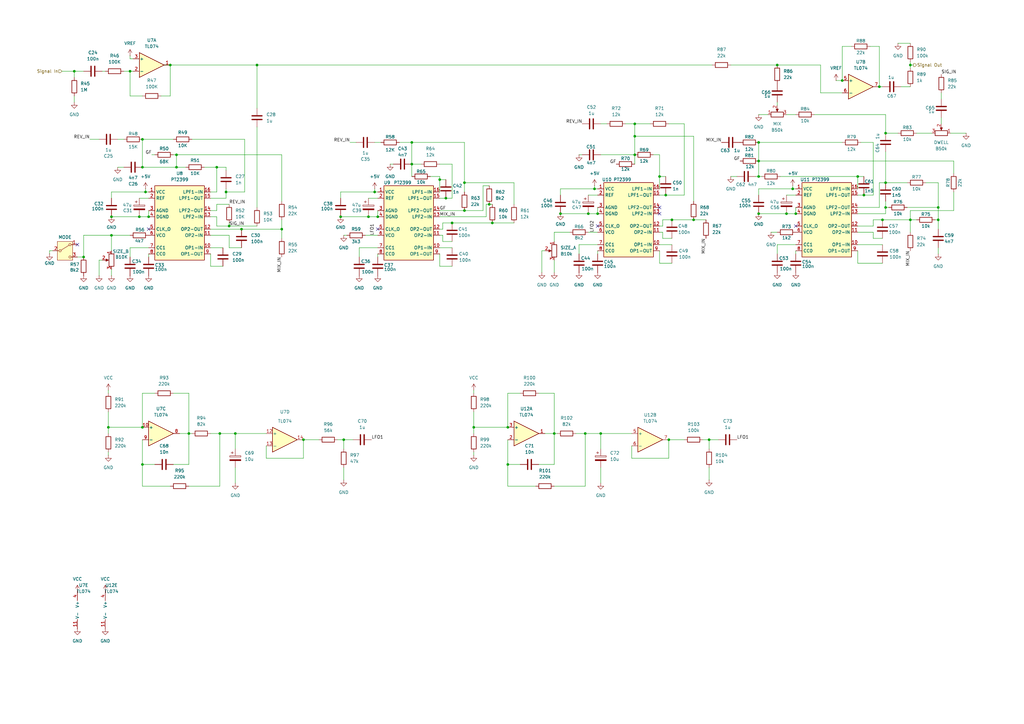
<source format=kicad_sch>
(kicad_sch (version 20250114) (generator "eeschema") (generator_version "9.0")
  (paper "A3")
  (junction (at 190.5 86.36))
  (junction (at 140.97 180.34))
  (junction (at 274.32 180.34))
  (junction (at 260.35 50.8))
  (junction (at 227.33 177.8))
  (junction (at 326.39 87.63))
  (junction (at 190.5 74.93))
  (junction (at 139.7 88.9))
  (junction (at 311.15 72.39))
  (junction (at 45.72 88.9))
  (junction (at 53.34 29.21))
  (junction (at 115.57 93.98))
  (junction (at 311.15 66.04))
  (junction (at 240.03 177.8))
  (junction (at 229.87 87.63))
  (junction (at 270.51 72.39))
  (junction (at 241.3 87.63))
  (junction (at 57.15 88.9))
  (junction (at 194.31 175.26))
  (junction (at 275.59 90.17))
  (junction (at 124.46 180.34))
  (junction (at 322.58 87.63))
  (junction (at 168.91 58.42))
  (junction (at 345.44 33.02))
  (junction (at 58.42 175.26))
  (junction (at 208.28 175.26))
  (junction (at 243.84 77.47))
  (junction (at 246.38 177.8))
  (junction (at 72.39 68.58))
  (junction (at 325.12 77.47))
  (junction (at 384.81 85.09))
  (junction (at 93.98 92.71))
  (junction (at 363.22 54.61))
  (junction (at 105.41 26.67))
  (junction (at 361.95 90.17))
  (junction (at 373.38 90.17))
  (junction (at 58.42 190.5))
  (junction (at 373.38 26.67))
  (junction (at 200.66 83.82))
  (junction (at 72.39 63.5))
  (junction (at 363.22 74.93))
  (junction (at 284.48 90.17))
  (junction (at 201.93 91.44))
  (junction (at 180.34 73.66))
  (junction (at 90.17 177.8))
  (junction (at 45.72 96.52))
  (junction (at 384.81 90.17))
  (junction (at 59.69 78.74))
  (junction (at 311.15 87.63))
  (junction (at 69.85 26.67))
  (junction (at 354.33 80.01))
  (junction (at 311.15 58.42))
  (junction (at 60.96 88.9))
  (junction (at 360.68 35.56))
  (junction (at 245.11 87.63))
  (junction (at 44.45 175.26))
  (junction (at 208.28 190.5))
  (junction (at 34.29 105.41))
  (junction (at 318.77 26.67))
  (junction (at 260.35 55.88))
  (junction (at 88.9 68.58))
  (junction (at 260.35 63.5))
  (junction (at 96.52 177.8))
  (junction (at 151.13 88.9))
  (junction (at 77.47 177.8))
  (junction (at 363.22 85.09))
  (junction (at 185.42 91.44))
  (junction (at 99.06 93.98))
  (junction (at 351.79 72.39))
  (junction (at 290.83 180.34))
  (junction (at 92.71 78.74))
  (junction (at 58.42 68.58))
  (junction (at 273.05 80.01))
  (junction (at 168.91 67.31))
  (junction (at 154.94 88.9))
  (junction (at 182.88 81.28))
  (junction (at 58.42 57.15))
  (junction (at 30.48 29.21))
  (junction (at 153.67 78.74))
  (no_connect (at 326.39 92.71))
  (no_connect (at 60.96 93.98))
  (no_connect (at 154.94 93.98))
  (no_connect (at 31.75 100.33))
  (no_connect (at 270.51 87.63))
  (no_connect (at 245.11 92.71))
  (no_connect (at 270.51 85.09))
  (wire (pts (xy 311.15 58.42) (xy 311.15 66.04)))
  (wire (pts (xy 227.33 161.29) (xy 227.33 177.8)))
  (wire (pts (xy 181.61 93.98) (xy 181.61 91.44)))
  (wire (pts (xy 190.5 78.74) (xy 190.5 74.93)))
  (wire (pts (xy 71.12 161.29) (xy 77.47 161.29)))
  (wire (pts (xy 246.38 50.8) (xy 248.92 50.8)))
  (wire (pts (xy 361.95 35.56) (xy 360.68 35.56)))
  (wire (pts (xy 311.15 66.04) (xy 391.16 66.04)))
  (wire (pts (xy 100.33 78.74) (xy 92.71 78.74)))
  (wire (pts (xy 240.03 199.39) (xy 240.03 177.8)))
  (wire (pts (xy 245.11 102.87) (xy 245.11 104.14)))
  (wire (pts (xy 96.52 177.8) (xy 109.22 177.8)))
  (wire (pts (xy 336.55 38.1) (xy 336.55 26.67)))
  (wire (pts (xy 168.91 67.31) (xy 168.91 72.39)))
  (wire (pts (xy 208.28 180.34) (xy 208.28 190.5)))
  (wire (pts (xy 54.61 29.21) (xy 53.34 29.21)))
  (wire (pts (xy 69.85 26.67) (xy 69.85 39.37)))
  (wire (pts (xy 154.94 104.14) (xy 154.94 105.41)))
  (wire (pts (xy 34.29 105.41) (xy 34.29 96.52)))
  (wire (pts (xy 163.83 58.42) (xy 168.91 58.42)))
  (wire (pts (xy 284.48 90.17) (xy 289.56 90.17)))
  (wire (pts (xy 92.71 78.74) (xy 92.71 77.47)))
  (wire (pts (xy 280.67 50.8) (xy 274.32 50.8)))
  (wire (pts (xy 280.67 180.34) (xy 274.32 180.34)))
  (wire (pts (xy 311.15 77.47) (xy 325.12 77.47)))
  (wire (pts (xy 86.36 93.98) (xy 99.06 93.98)))
  (wire (pts (xy 88.9 68.58) (xy 92.71 68.58)))
  (wire (pts (xy 227.33 111.76) (xy 227.33 106.68)))
  (wire (pts (xy 363.22 82.55) (xy 363.22 85.09)))
  (wire (pts (xy 375.92 90.17) (xy 373.38 90.17)))
  (wire (pts (xy 93.98 83.82) (xy 88.9 83.82)))
  (wire (pts (xy 181.61 99.06) (xy 185.42 99.06)))
  (wire (pts (xy 358.14 97.79) (xy 361.95 97.79)))
  (wire (pts (xy 311.15 87.63) (xy 322.58 87.63)))
  (wire (pts (xy 77.47 190.5) (xy 77.47 177.8)))
  (wire (pts (xy 182.88 81.28) (xy 185.42 81.28)))
  (wire (pts (xy 311.15 46.99) (xy 314.96 46.99)))
  (wire (pts (xy 351.79 72.39) (xy 354.33 72.39)))
  (wire (pts (xy 311.15 77.47) (xy 311.15 80.01)))
  (wire (pts (xy 53.34 105.41) (xy 53.34 101.6)))
  (wire (pts (xy 139.7 78.74) (xy 153.67 78.74)))
  (wire (pts (xy 45.72 78.74) (xy 59.69 78.74)))
  (wire (pts (xy 229.87 77.47) (xy 243.84 77.47)))
  (wire (pts (xy 384.81 74.93) (xy 384.81 85.09)))
  (wire (pts (xy 172.72 67.31) (xy 168.91 67.31)))
  (wire (pts (xy 320.04 72.39) (xy 351.79 72.39)))
  (wire (pts (xy 270.51 63.5) (xy 267.97 63.5)))
  (wire (pts (xy 53.34 24.13) (xy 54.61 24.13)))
  (wire (pts (xy 63.5 63.5) (xy 62.23 63.5)))
  (wire (pts (xy 266.7 50.8) (xy 260.35 50.8)))
  (wire (pts (xy 194.31 177.8) (xy 194.31 175.26)))
  (wire (pts (xy 45.72 88.9) (xy 57.15 88.9)))
  (wire (pts (xy 241.3 80.01) (xy 245.11 80.01)))
  (wire (pts (xy 77.47 161.29) (xy 77.47 177.8)))
  (wire (pts (xy 363.22 62.23) (xy 363.22 74.93)))
  (wire (pts (xy 280.67 50.8) (xy 280.67 80.01)))
  (wire (pts (xy 69.85 26.67) (xy 67.31 26.67)))
  (wire (pts (xy 273.05 80.01) (xy 280.67 80.01)))
  (wire (pts (xy 48.26 68.58) (xy 50.8 68.58)))
  (wire (pts (xy 72.39 63.5) (xy 115.57 63.5)))
  (wire (pts (xy 363.22 87.63) (xy 363.22 85.09)))
  (wire (pts (xy 260.35 63.5) (xy 260.35 67.31)))
  (wire (pts (xy 44.45 177.8) (xy 44.45 175.26)))
  (wire (pts (xy 260.35 55.88) (xy 284.48 55.88)))
  (wire (pts (xy 58.42 199.39) (xy 69.85 199.39)))
  (wire (pts (xy 271.78 97.79) (xy 275.59 97.79)))
  (wire (pts (xy 34.29 96.52) (xy 45.72 96.52)))
  (wire (pts (xy 351.79 80.01) (xy 354.33 80.01)))
  (wire (pts (xy 373.38 25.4) (xy 373.38 26.67)))
  (wire (pts (xy 290.83 196.85) (xy 290.83 191.77)))
  (wire (pts (xy 220.98 190.5) (xy 227.33 190.5)))
  (wire (pts (xy 227.33 199.39) (xy 240.03 199.39)))
  (wire (pts (xy 270.51 100.33) (xy 275.59 100.33)))
  (wire (pts (xy 77.47 199.39) (xy 90.17 199.39)))
  (wire (pts (xy 151.13 88.9) (xy 154.94 88.9)))
  (wire (pts (xy 93.98 92.71) (xy 105.41 92.71)))
  (wire (pts (xy 322.58 80.01) (xy 326.39 80.01)))
  (wire (pts (xy 384.81 93.98) (xy 384.81 90.17)))
  (wire (pts (xy 316.23 95.25) (xy 318.77 95.25)))
  (wire (pts (xy 384.81 85.09) (xy 384.81 90.17)))
  (wire (pts (xy 96.52 198.12) (xy 96.52 191.77)))
  (wire (pts (xy 270.51 95.25) (xy 271.78 95.25)))
  (wire (pts (xy 351.79 102.87) (xy 351.79 107.95)))
  (wire (pts (xy 360.68 19.05) (xy 360.68 35.56)))
  (wire (pts (xy 229.87 77.47) (xy 229.87 80.01)))
  (wire (pts (xy 384.81 90.17) (xy 383.54 90.17)))
  (wire (pts (xy 86.36 88.9) (xy 88.9 88.9)))
  (wire (pts (xy 374.65 26.67) (xy 373.38 26.67)))
  (wire (pts (xy 180.34 72.39) (xy 176.53 72.39)))
  (wire (pts (xy 83.82 68.58) (xy 88.9 68.58)))
  (wire (pts (xy 153.67 77.47) (xy 153.67 78.74)))
  (wire (pts (xy 351.79 95.25) (xy 358.14 95.25)))
  (wire (pts (xy 86.36 101.6) (xy 91.44 101.6)))
  (wire (pts (xy 109.22 187.96) (xy 124.46 187.96)))
  (wire (pts (xy 351.79 107.95) (xy 361.95 107.95)))
  (wire (pts (xy 270.51 102.87) (xy 270.51 107.95)))
  (wire (pts (xy 386.08 38.1) (xy 386.08 40.64)))
  (wire (pts (xy 58.42 57.15) (xy 71.12 57.15)))
  (wire (pts (xy 20.32 102.87) (xy 21.59 102.87)))
  (wire (pts (xy 34.29 29.21) (xy 30.48 29.21)))
  (wire (pts (xy 93.98 101.6) (xy 93.98 96.52)))
  (wire (pts (xy 198.12 86.36) (xy 198.12 76.2)))
  (wire (pts (xy 190.5 74.93) (xy 190.5 58.42)))
  (wire (pts (xy 198.12 76.2) (xy 200.66 76.2)))
  (wire (pts (xy 294.64 180.34) (xy 290.83 180.34)))
  (wire (pts (xy 30.48 41.91) (xy 30.48 39.37)))
  (wire (pts (xy 270.51 107.95) (xy 275.59 107.95)))
  (wire (pts (xy 299.72 72.39) (xy 302.26 72.39)))
  (wire (pts (xy 259.08 182.88) (xy 259.08 187.96)))
  (wire (pts (xy 275.59 90.17) (xy 284.48 90.17)))
  (wire (pts (xy 86.36 177.8) (xy 90.17 177.8)))
  (wire (pts (xy 90.17 199.39) (xy 90.17 177.8)))
  (wire (pts (xy 270.51 72.39) (xy 270.51 77.47)))
  (wire (pts (xy 372.11 85.09) (xy 384.81 85.09)))
  (wire (pts (xy 260.35 63.5) (xy 260.35 55.88)))
  (wire (pts (xy 130.81 180.34) (xy 124.46 180.34)))
  (wire (pts (xy 69.85 39.37) (xy 66.04 39.37)))
  (wire (pts (xy 153.67 78.74) (xy 154.94 78.74)))
  (wire (pts (xy 140.97 196.85) (xy 140.97 191.77)))
  (wire (pts (xy 243.84 76.2) (xy 243.84 77.47)))
  (wire (pts (xy 271.78 90.17) (xy 275.59 90.17)))
  (wire (pts (xy 237.49 104.14) (xy 237.49 100.33)))
  (wire (pts (xy 180.34 109.22) (xy 185.42 109.22)))
  (wire (pts (xy 181.61 91.44) (xy 185.42 91.44)))
  (wire (pts (xy 105.41 26.67) (xy 105.41 44.45)))
  (wire (pts (xy 318.77 41.91) (xy 318.77 43.18)))
  (wire (pts (xy 86.36 78.74) (xy 88.9 78.74)))
  (wire (pts (xy 260.35 50.8) (xy 260.35 55.88)))
  (wire (pts (xy 72.39 63.5) (xy 71.12 63.5)))
  (wire (pts (xy 168.91 58.42) (xy 168.91 67.31)))
  (wire (pts (xy 372.11 74.93) (xy 363.22 74.93)))
  (wire (pts (xy 25.4 29.21) (xy 30.48 29.21)))
  (wire (pts (xy 194.31 186.69) (xy 194.31 185.42)))
  (wire (pts (xy 194.31 161.29) (xy 194.31 160.02)))
  (wire (pts (xy 58.42 190.5) (xy 63.5 190.5)))
  (wire (pts (xy 309.88 72.39) (xy 311.15 72.39)))
  (wire (pts (xy 358.14 58.42) (xy 358.14 80.01)))
  (wire (pts (xy 351.79 77.47) (xy 351.79 72.39)))
  (wire (pts (xy 270.51 92.71) (xy 271.78 92.71)))
  (wire (pts (xy 58.42 190.5) (xy 58.42 199.39)))
  (wire (pts (xy 58.42 175.26) (xy 58.42 161.29)))
  (wire (pts (xy 180.34 104.14) (xy 180.34 109.22)))
  (wire (pts (xy 360.68 85.09) (xy 360.68 74.93)))
  (wire (pts (xy 360.68 74.93) (xy 363.22 74.93)))
  (wire (pts (xy 194.31 175.26) (xy 208.28 175.26)))
  (wire (pts (xy 45.72 78.74) (xy 45.72 81.28)))
  (wire (pts (xy 229.87 87.63) (xy 241.3 87.63)))
  (wire (pts (xy 60.96 105.41) (xy 60.96 104.14)))
  (wire (pts (xy 90.17 177.8) (xy 96.52 177.8)))
  (wire (pts (xy 358.14 95.25) (xy 358.14 97.79)))
  (wire (pts (xy 354.33 80.01) (xy 358.14 80.01)))
  (wire (pts (xy 88.9 92.71) (xy 93.98 92.71)))
  (wire (pts (xy 259.08 187.96) (xy 274.32 187.96)))
  (wire (pts (xy 45.72 96.52) (xy 45.72 102.87)))
  (wire (pts (xy 208.28 199.39) (xy 219.71 199.39)))
  (wire (pts (xy 368.3 54.61) (xy 363.22 54.61)))
  (wire (pts (xy 318.77 100.33) (xy 326.39 100.33)))
  (wire (pts (xy 43.18 29.21) (xy 41.91 29.21)))
  (wire (pts (xy 147.32 101.6) (xy 154.94 101.6)))
  (wire (pts (xy 240.03 177.8) (xy 246.38 177.8)))
  (wire (pts (xy 246.38 177.8) (xy 259.08 177.8)))
  (wire (pts (xy 373.38 90.17) (xy 373.38 86.36)))
  (wire (pts (xy 99.06 93.98) (xy 115.57 93.98)))
  (wire (pts (xy 311.15 58.42) (xy 345.44 58.42)))
  (wire (pts (xy 386.08 48.26) (xy 386.08 50.8)))
  (wire (pts (xy 53.34 39.37) (xy 53.34 29.21)))
  (wire (pts (xy 146.05 58.42) (xy 143.51 58.42)))
  (wire (pts (xy 180.34 101.6) (xy 185.42 101.6)))
  (wire (pts (xy 236.22 177.8) (xy 240.03 177.8)))
  (wire (pts (xy 86.36 96.52) (xy 93.98 96.52)))
  (wire (pts (xy 40.64 106.68) (xy 41.91 106.68)))
  (wire (pts (xy 115.57 97.79) (xy 115.57 93.98)))
  (wire (pts (xy 72.39 68.58) (xy 72.39 63.5)))
  (wire (pts (xy 284.48 55.88) (xy 284.48 82.55)))
  (wire (pts (xy 373.38 90.17) (xy 361.95 90.17)))
  (wire (pts (xy 351.79 100.33) (xy 361.95 100.33)))
  (wire (pts (xy 44.45 186.69) (xy 44.45 185.42)))
  (wire (pts (xy 237.49 100.33) (xy 245.11 100.33)))
  (wire (pts (xy 270.51 80.01) (xy 273.05 80.01)))
  (wire (pts (xy 180.34 73.66) (xy 180.34 78.74)))
  (wire (pts (xy 246.38 198.12) (xy 246.38 191.77)))
  (wire (pts (xy 336.55 38.1) (xy 345.44 38.1)))
  (wire (pts (xy 325.12 77.47) (xy 326.39 77.47)))
  (wire (pts (xy 271.78 92.71) (xy 271.78 90.17)))
  (wire (pts (xy 373.38 26.67) (xy 373.38 27.94)))
  (wire (pts (xy 88.9 68.58) (xy 88.9 78.74)))
  (wire (pts (xy 210.82 74.93) (xy 210.82 83.82)))
  (wire (pts (xy 115.57 63.5) (xy 115.57 82.55)))
  (wire (pts (xy 77.47 177.8) (xy 73.66 177.8)))
  (wire (pts (xy 76.2 68.58) (xy 72.39 68.58)))
  (wire (pts (xy 58.42 68.58) (xy 72.39 68.58)))
  (wire (pts (xy 149.86 96.52) (xy 154.94 96.52)))
  (wire (pts (xy 334.01 46.99) (xy 363.22 46.99)))
  (wire (pts (xy 391.16 86.36) (xy 391.16 78.74)))
  (wire (pts (xy 208.28 190.5) (xy 208.28 199.39)))
  (wire (pts (xy 124.46 187.96) (xy 124.46 180.34)))
  (wire (pts (xy 325.12 76.2) (xy 325.12 77.47)))
  (wire (pts (xy 342.9 33.02) (xy 345.44 33.02)))
  (wire (pts (xy 57.15 88.9) (xy 60.96 88.9)))
  (wire (pts (xy 140.97 180.34) (xy 138.43 180.34)))
  (wire (pts (xy 190.5 86.36) (xy 198.12 86.36)))
  (wire (pts (xy 243.84 77.47) (xy 245.11 77.47)))
  (wire (pts (xy 40.64 113.03) (xy 40.64 106.68)))
  (wire (pts (xy 318.77 104.14) (xy 318.77 100.33)))
  (wire (pts (xy 139.7 88.9) (xy 151.13 88.9)))
  (wire (pts (xy 44.45 175.26) (xy 44.45 168.91)))
  (wire (pts (xy 322.58 87.63) (xy 326.39 87.63)))
  (wire (pts (xy 345.44 19.05) (xy 349.25 19.05)))
  (wire (pts (xy 190.5 74.93) (xy 210.82 74.93)))
  (wire (pts (xy 44.45 175.26) (xy 58.42 175.26)))
  (wire (pts (xy 140.97 96.52) (xy 142.24 96.52)))
  (wire (pts (xy 100.33 57.15) (xy 100.33 78.74)))
  (wire (pts (xy 160.02 67.31) (xy 161.29 67.31)))
  (wire (pts (xy 99.06 101.6) (xy 93.98 101.6)))
  (wire (pts (xy 92.71 69.85) (xy 92.71 68.58)))
  (wire (pts (xy 190.5 58.42) (xy 168.91 58.42)))
  (wire (pts (xy 180.34 72.39) (xy 180.34 73.66)))
  (wire (pts (xy 311.15 72.39) (xy 312.42 72.39)))
  (wire (pts (xy 326.39 85.09) (xy 326.39 87.63)))
  (wire (pts (xy 88.9 88.9) (xy 88.9 92.71)))
  (wire (pts (xy 45.72 96.52) (xy 53.34 96.52)))
  (wire (pts (xy 59.69 78.74) (xy 60.96 78.74)))
  (wire (pts (xy 246.38 63.5) (xy 260.35 63.5)))
  (wire (pts (xy 57.15 81.28) (xy 60.96 81.28)))
  (wire (pts (xy 109.22 182.88) (xy 109.22 187.96)))
  (wire (pts (xy 270.51 72.39) (xy 270.51 63.5)))
  (wire (pts (xy 58.42 180.34) (xy 58.42 190.5)))
  (wire (pts (xy 86.36 86.36) (xy 88.9 86.36)))
  (wire (pts (xy 53.34 22.86) (xy 53.34 24.13)))
  (wire (pts (xy 246.38 184.15) (xy 246.38 177.8)))
  (wire (pts (xy 58.42 161.29) (xy 63.5 161.29)))
  (wire (pts (xy 185.42 81.28) (xy 185.42 67.31)))
  (wire (pts (xy 351.79 85.09) (xy 360.68 85.09)))
  (wire (pts (xy 115.57 90.17) (xy 115.57 93.98)))
  (wire (pts (xy 222.25 102.87) (xy 223.52 102.87)))
  (wire (pts (xy 154.94 86.36) (xy 154.94 88.9)))
  (wire (pts (xy 237.49 63.5) (xy 238.76 63.5)))
  (wire (pts (xy 144.78 180.34) (xy 140.97 180.34)))
  (wire (pts (xy 290.83 180.34) (xy 288.29 180.34)))
  (wire (pts (xy 208.28 161.29) (xy 213.36 161.29)))
  (wire (pts (xy 373.38 35.56) (xy 369.57 35.56)))
  (wire (pts (xy 358.14 58.42) (xy 353.06 58.42)))
  (wire (pts (xy 40.64 57.15) (xy 36.83 57.15)))
  (wire (pts (xy 227.33 95.25) (xy 227.33 99.06)))
  (wire (pts (xy 290.83 184.15) (xy 290.83 180.34)))
  (wire (pts (xy 260.35 50.8) (xy 256.54 50.8)))
  (wire (pts (xy 59.69 77.47) (xy 59.69 78.74)))
  (wire (pts (xy 199.39 83.82) (xy 200.66 83.82)))
  (wire (pts (xy 336.55 26.67) (xy 318.77 26.67)))
  (wire (pts (xy 181.61 96.52) (xy 181.61 99.06)))
  (wire (pts (xy 358.14 92.71) (xy 358.14 90.17)))
  (wire (pts (xy 356.87 19.05) (xy 360.68 19.05)))
  (wire (pts (xy 379.73 74.93) (xy 384.81 74.93)))
  (wire (pts (xy 180.34 88.9) (xy 199.39 88.9)))
  (wire (pts (xy 58.42 57.15) (xy 58.42 68.58)))
  (wire (pts (xy 271.78 95.25) (xy 271.78 97.79)))
  (wire (pts (xy 222.25 102.87) (xy 222.25 111.76)))
  (wire (pts (xy 20.32 102.87) (xy 20.32 104.14)))
  (wire (pts (xy 233.68 95.25) (xy 227.33 95.25)))
  (wire (pts (xy 139.7 78.74) (xy 139.7 81.28)))
  (wire (pts (xy 92.71 81.28) (xy 92.71 78.74)))
  (wire (pts (xy 45.72 113.03) (xy 45.72 110.49)))
  (wire (pts (xy 351.79 92.71) (xy 358.14 92.71)))
  (wire (pts (xy 180.34 73.66) (xy 182.88 73.66)))
  (wire (pts (xy 93.98 92.71) (xy 93.98 91.44)))
  (wire (pts (xy 60.96 86.36) (xy 60.96 88.9)))
  (wire (pts (xy 227.33 177.8) (xy 223.52 177.8)))
  (wire (pts (xy 185.42 67.31) (xy 180.34 67.31)))
  (wire (pts (xy 391.16 66.04) (xy 391.16 71.12)))
  (wire (pts (xy 245.11 85.09) (xy 245.11 87.63)))
  (wire (pts (xy 384.81 104.14) (xy 384.81 101.6)))
  (wire (pts (xy 227.33 190.5) (xy 227.33 177.8)))
  (wire (pts (xy 53.34 29.21) (xy 50.8 29.21)))
  (wire (pts (xy 373.38 95.25) (xy 373.38 90.17)))
  (wire (pts (xy 105.41 52.07) (xy 105.41 85.09)))
  (wire (pts (xy 220.98 161.29) (xy 227.33 161.29)))
  (wire (pts (xy 180.34 96.52) (xy 181.61 96.52)))
  (wire (pts (xy 78.74 177.8) (xy 77.47 177.8)))
  (wire (pts (xy 228.6 177.8) (xy 227.33 177.8)))
  (wire (pts (xy 86.36 104.14) (xy 86.36 109.22)))
  (wire (pts (xy 194.31 175.26) (xy 194.31 168.91)))
  (wire (pts (xy 351.79 87.63) (xy 363.22 87.63)))
  (wire (pts (xy 78.74 57.15) (xy 100.33 57.15)))
  (wire (pts (xy 345.44 33.02) (xy 345.44 19.05)))
  (wire (pts (xy 382.27 54.61) (xy 375.92 54.61)))
  (wire (pts (xy 270.51 72.39) (xy 273.05 72.39)))
  (wire (pts (xy 151.13 81.28) (xy 154.94 81.28)))
  (wire (pts (xy 326.39 102.87) (xy 326.39 104.14)))
  (wire (pts (xy 322.58 46.99) (xy 326.39 46.99)))
  (wire (pts (xy 373.38 86.36) (xy 391.16 86.36)))
  (wire (pts (xy 208.28 190.5) (xy 213.36 190.5)))
  (wire (pts (xy 311.15 66.04) (xy 311.15 72.39)))
  (wire (pts (xy 50.8 57.15) (xy 48.26 57.15)))
  (wire (pts (xy 241.3 87.63) (xy 245.11 87.63)))
  (wire (pts (xy 140.97 184.15) (xy 140.97 180.34)))
  (wire (pts (xy 86.36 81.28) (xy 92.71 81.28)))
  (wire (pts (xy 105.41 26.67) (xy 292.1 26.67)))
  (wire (pts (xy 180.34 81.28) (xy 182.88 81.28)))
  (wire (pts (xy 30.48 31.75) (xy 30.48 29.21)))
  (wire (pts (xy 368.3 17.78) (xy 373.38 17.78)))
  (wire (pts (xy 241.3 95.25) (xy 245.11 95.25)))
  (wire (pts (xy 274.32 187.96) (xy 274.32 180.34)))
  (wire (pts (xy 396.24 54.61) (xy 389.89 54.61)))
  (wire (pts (xy 180.34 93.98) (xy 181.61 93.98)))
  (wire (pts (xy 53.34 101.6) (xy 60.96 101.6)))
  (wire (pts (xy 153.67 58.42) (xy 156.21 58.42)))
  (wire (pts (xy 299.72 26.67) (xy 318.77 26.67)))
  (wire (pts (xy 201.93 91.44) (xy 210.82 91.44)))
  (wire (pts (xy 180.34 86.36) (xy 190.5 86.36)))
  (wire (pts (xy 363.22 46.99) (xy 363.22 54.61)))
  (wire (pts (xy 44.45 161.29) (xy 44.45 160.02)))
  (wire (pts (xy 105.41 26.67) (xy 69.85 26.67)))
  (wire (pts (xy 208.28 175.26) (xy 208.28 161.29)))
  (wire (pts (xy 200.66 83.82) (xy 201.93 83.82)))
  (wire (pts (xy 58.42 39.37) (xy 53.34 39.37)))
  (wire (pts (xy 96.52 184.15) (xy 96.52 177.8)))
  (wire (pts (xy 358.14 90.17) (xy 361.95 90.17)))
  (wire (pts (xy 147.32 105.41) (xy 147.32 101.6)))
  (wire (pts (xy 199.39 88.9) (xy 199.39 83.82)))
  (wire (pts (xy 71.12 190.5) (xy 77.47 190.5)))
  (wire (pts (xy 31.75 105.41) (xy 34.29 105.41)))
  (wire (pts (xy 88.9 83.82) (xy 88.9 86.36)))
  (wire (pts (xy 185.42 91.44) (xy 201.93 91.44)))
  (wire (pts (xy 363.22 85.09) (xy 364.49 85.09)))
  (wire (pts (xy 86.36 109.22) (xy 91.44 109.22)))
  (label "MIX_IN" (at 295.91 58.42 180))
  (label "MIX_IN" (at 373.38 102.87 270))
  (label "LFO1" (at 153.67 96.52 90))
  (label "SIG_IN" (at 93.98 92.71 0))
  (label "LFO2" (at 243.84 95.25 90))
  (label "MIX_IN" (at 289.56 97.79 270))
  (label "MIX_IN" (at 115.57 105.41 270))
  (label "SIG_IN" (at 386.08 30.48 0))
  (label "MIX_IN" (at 180.34 88.9 0))
  (label "REV_IN" (at 93.98 83.82 0))
  (label "LFO1" (at 302.26 180.34 0))
  (label "REV_IN" (at 143.51 58.42 180))
  (label "LFO1" (at 152.4 180.34 0))
  (label "REV_IN" (at 36.83 57.15 180))
  (label "GF" (at 252.73 67.31 180))
  (label "GF" (at 303.53 66.04 180))
  (label "REV_IN" (at 238.76 50.8 180))
  (label "GF" (at 180.34 86.36 0))
  (label "GF" (at 62.23 63.5 180))
  (hierarchical_label "Signal Out" (shape output) (at 374.65 26.67 0))
  (hierarchical_label "Signal In" (shape input) (at 25.4 29.21 180))
  (symbol (lib_id "power:GND") (at 194.31 186.69 0) (unit 1)
    (property "Reference" "#PWR0105" (effects (hide yes)))
    (property "Value" "GND" (at 194.31 191.77 0))
    (property "Description" "Power symbol creates a global label with name \"GND\" , ground" (effects (hide yes)))
  )
  (symbol (lib_id "power:GND") (at 20.32 104.14 0) (unit 1)
    (property "Reference" "#PWR072" (effects (hide yes)))
    (property "Value" "GND" (at 20.32 107.95 0))
    (property "Description" "Power symbol creates a global label with name \"GND\" , ground" (effects (hide yes)))
  )
  (symbol (lib_id "Amplifier_Operational:TL074") (at 62.23 26.67 0) (unit 1)
    (property "Reference" "U7" (at 62.23 16.51 0))
    (property "Value" "TL074" (at 62.23 19.05 0))
    (property "Datasheet" "http://www.ti.com/lit/ds/symlink/tl071.pdf" (effects (hide yes)))
    (property "Description" "Quad Low-Noise JFET-Input Operational Amplifiers, DIP-14/SOIC-14" (effects (hide yes)))
  )
  (symbol (lib_id "Device:R") (at 57.15 96.52 90) (unit 1)
    (property "Reference" "R56" (at 57.404 94.234 90))
    (property "Value" "4k7" (at 57.15 98.806 90))
    (property "Description" "Resistor" (effects (hide yes)))
  )
  (symbol (lib_id "power:GND") (at 290.83 196.85 0) (unit 1)
    (property "Reference" "#PWR0107" (effects (hide yes)))
    (property "Value" "GND" (at 290.83 201.93 0))
    (property "Description" "Power symbol creates a global label with name \"GND\" , ground" (effects (hide yes)))
  )
  (symbol (lib_id "power:GND") (at 396.24 54.61 0) (unit 1)
    (property "Reference" "#PWR096" (effects (hide yes)))
    (property "Value" "GND" (at 396.24 59.69 0))
    (property "Description" "Power symbol creates a global label with name \"GND\" , ground" (effects (hide yes)))
  )
  (symbol (lib_id "Device:C") (at 53.34 109.22 0) (unit 1)
    (property "Reference" "C34" (at 54.102 107.188 0) (effects (justify left)))
    (property "Value" "100n" (at 54.356 111.506 0) (effects (justify left)))
    (property "Description" "Unpolarized capacitor" (effects (hide yes)))
  )
  (symbol (lib_id "power:GND") (at 318.77 111.76 0) (unit 1)
    (property "Reference" "#PWR089" (effects (hide yes)))
    (property "Value" "GND" (at 318.77 116.84 0))
    (property "Description" "Power symbol creates a global label with name \"GND\" , ground" (effects (hide yes)))
  )
  (symbol (lib_id "power:GND") (at 227.33 111.76 0) (unit 1)
    (property "Reference" "#PWR084" (effects (hide yes)))
    (property "Value" "GND" (at 227.33 116.84 0))
    (property "Description" "Power symbol creates a global label with name \"GND\" , ground" (effects (hide yes)))
  )
  (symbol (lib_id "Device:C") (at 365.76 35.56 90) (mirror x) (unit 1)
    (property "Reference" "C67" (at 365.76 39.37 90))
    (property "Value" "1u" (at 365.506 31.75 90))
    (property "Description" "Unpolarized capacitor" (effects (hide yes)))
  )
  (symbol (lib_id "Device:C") (at 105.41 48.26 0) (unit 1)
    (property "Reference" "C28" (at 109.22 46.9899 0) (effects (justify left)))
    (property "Value" "1u" (at 109.22 49.5299 0) (effects (justify left)))
    (property "Description" "Unpolarized capacitor" (effects (hide yes)))
  )
  (symbol (lib_id "Audio:PT2399") (at 73.66 91.44 0) (unit 1)
    (property "Reference" "U8" (at 73.66 71.12 0))
    (property "Value" "PT2399" (at 73.66 73.66 0))
    (property "Footprint" "Package_DIP:DIP-16_W7.62mm" (effects (hide yes)))
    (property "Datasheet" "http://www.princeton.com.tw/Portals/0/Product/PT2399_1.pdf" (effects (hide yes)))
    (property "Description" "Echo Processor IC, DIP-16" (effects (hide yes)))
  )
  (symbol (lib_id "power:GND") (at 45.72 113.03 0) (unit 1)
    (property "Reference" "#PWR074" (effects (hide yes)))
    (property "Value" "GND" (at 45.72 118.11 0))
    (property "Description" "Power symbol creates a global label with name \"GND\" , ground" (effects (hide yes)))
  )
  (symbol (lib_id "Device:R") (at 284.48 86.36 0) (unit 1)
    (property "Reference" "R68" (at 287.02 85.0899 0) (effects (justify left)))
    (property "Value" "22k" (at 287.02 87.6299 0) (effects (justify left)))
    (property "Description" "Resistor" (effects (hide yes)))
  )
  (symbol (lib_id "Device:R") (at 256.54 67.31 90) (unit 1)
    (property "Reference" "R70" (at 256.54 65.024 90))
    (property "Value" "12k" (at 256.54 69.342 90))
    (property "Description" "Resistor" (effects (hide yes)))
  )
  (symbol (lib_id "power:GND") (at 48.26 68.58 0) (unit 1)
    (property "Reference" "#PWR068" (effects (hide yes)))
    (property "Value" "GND" (at 48.26 73.66 0))
    (property "Description" "Power symbol creates a global label with name \"GND\" , ground" (effects (hide yes)))
  )
  (symbol (lib_id "power:GND") (at 140.97 96.52 0) (unit 1)
    (property "Reference" "#PWR078" (effects (hide yes)))
    (property "Value" "GND" (at 140.97 101.6 0))
    (property "Description" "Power symbol creates a global label with name \"GND\" , ground" (effects (hide yes)))
  )
  (symbol (lib_id "custom_power:VREF") (at 53.34 22.86 0) (unit 1)
    (property "Reference" "#PWR066" (effects (hide yes)))
    (property "Value" "VREF" (at 53.34 17.78 0))
    (property "Description" "Power symbol creates a global label with name \"VREF\"" (effects (hide yes)))
  )
  (symbol (lib_id "Device:R") (at 176.53 67.31 90) (unit 1)
    (property "Reference" "R64" (at 176.53 60.96 90))
    (property "Value" "12k" (at 176.53 63.5 90))
    (property "Description" "Resistor" (effects (hide yes)))
  )
  (symbol (lib_id "Device:C") (at 384.81 97.79 0) (unit 1)
    (property "Reference" "C59" (at 387.35 96.52 0) (effects (justify left)))
    (property "Value" "4n7" (at 387.35 99.06 0) (effects (justify left)))
    (property "Description" "Unpolarized capacitor" (effects (hide yes)))
  )
  (symbol (lib_id "Device:C") (at 91.44 105.41 0) (unit 1)
    (property "Reference" "C29" (at 95.25 104.1399 0) (effects (justify left)))
    (property "Value" "100n" (at 95.25 106.6799 0) (effects (justify left)))
    (property "Description" "Unpolarized capacitor" (effects (hide yes)))
  )
  (symbol (lib_id "Device:R") (at 30.48 35.56 0) (unit 1)
    (property "Reference" "R45" (at 33.02 34.2899 0) (effects (justify left)))
    (property "Value" "1M" (at 33.02 36.8299 0) (effects (justify left)))
    (property "Description" "Resistor" (effects (hide yes)))
  )
  (symbol (lib_id "Device:C") (at 363.22 78.74 0) (unit 1)
    (property "Reference" "C60" (at 365.76 77.47 0) (effects (justify left)))
    (property "Value" "1n5" (at 365.76 80.01 0) (effects (justify left)))
    (property "Description" "Unpolarized capacitor" (effects (hide yes)))
  )
  (symbol (lib_id "Device:R") (at 330.2 46.99 270) (unit 1)
    (property "Reference" "R84" (at 330.2 44.704 90))
    (property "Value" "10k" (at 330.2 49.53 90))
    (property "Description" "Resistor" (effects (hide yes)))
  )
  (symbol (lib_id "Audio:PT2399") (at 257.81 90.17 0) (unit 1)
    (property "Reference" "U10" (at 248.92 73.66 0))
    (property "Value" "PT2399" (at 255.27 73.66 0))
    (property "Footprint" "Package_DIP:DIP-16_W7.62mm" (effects (hide yes)))
    (property "Datasheet" "http://www.princeton.com.tw/Portals/0/Product/PT2399_1.pdf" (effects (hide yes)))
    (property "Description" "Echo Processor IC, DIP-16" (effects (hide yes)))
  )
  (symbol (lib_id "power:GND") (at 45.72 88.9 0) (unit 1)
    (property "Reference" "#PWR069" (effects (hide yes)))
    (property "Value" "GND" (at 45.72 93.218 0))
    (property "Description" "Power symbol creates a global label with name \"GND\" , ground" (effects (hide yes)))
  )
  (symbol (lib_id "power:GND") (at 311.15 46.99 0) (unit 1)
    (property "Reference" "#PWR097" (effects (hide yes)))
    (property "Value" "GND" (at 311.15 52.07 0))
    (property "Description" "Power symbol creates a global label with name \"GND\" , ground" (effects (hide yes)))
  )
  (symbol (lib_id "Audio:PT2399") (at 339.09 90.17 0) (unit 1)
    (property "Reference" "U11" (at 330.2 73.66 0))
    (property "Value" "PT2399" (at 336.55 73.66 0))
    (property "Footprint" "Package_DIP:DIP-16_W7.62mm" (effects (hide yes)))
    (property "Datasheet" "http://www.princeton.com.tw/Portals/0/Product/PT2399_1.pdf" (effects (hide yes)))
    (property "Description" "Echo Processor IC, DIP-16" (effects (hide yes)))
  )
  (symbol (lib_id "power:+5V") (at 243.84 76.2 0) (unit 1)
    (property "Reference" "#PWR087" (effects (hide yes)))
    (property "Value" "+5V" (at 243.84 71.12 0))
    (property "Description" "Power symbol creates a global label with name \"+5V\"" (effects (hide yes)))
  )
  (symbol (lib_id "Device:C") (at 185.42 95.25 0) (unit 1)
    (property "Reference" "C41" (at 187.96 93.98 0) (effects (justify left)))
    (property "Value" "100n" (at 187.96 96.52 0) (effects (justify left)))
    (property "Description" "Unpolarized capacitor" (effects (hide yes)))
  )
  (symbol (lib_id "Device:C") (at 45.72 85.09 0) (unit 1)
    (property "Reference" "C32" (at 38.608 83.566 0) (effects (justify left)))
    (property "Value" "100n" (at 37.592 85.598 0) (effects (justify left)))
    (property "Description" "Unpolarized capacitor" (effects (hide yes)))
  )
  (symbol (lib_id "Device:R") (at 44.45 165.1 0) (unit 1)
    (property "Reference" "R91" (at 46.99 163.8299 0) (effects (justify left)))
    (property "Value" "220k" (at 46.99 166.3699 0) (effects (justify left)))
    (property "Description" "Resistor" (effects (hide yes)))
  )
  (symbol (lib_id "Amplifier_Operational:TL074") (at 34.29 250.19 0) (unit 5)
    (property "Reference" "U7" (at 34.29 240.03 0))
    (property "Value" "TL074" (at 34.29 242.57 0))
    (property "Datasheet" "http://www.ti.com/lit/ds/symlink/tl071.pdf" (effects (hide yes)))
    (property "Description" "Quad Low-Noise JFET-Input Operational Amplifiers, DIP-14/SOIC-14" (effects (hide yes)))
  )
  (symbol (lib_id "power:GND") (at 316.23 95.25 0) (unit 1)
    (property "Reference" "#PWR091" (effects (hide yes)))
    (property "Value" "GND" (at 316.23 100.33 0))
    (property "Description" "Power symbol creates a global label with name \"GND\" , ground" (effects (hide yes)))
  )
  (symbol (lib_id "power:GND") (at 34.29 113.03 0) (unit 1)
    (property "Reference" "#PWR073" (effects (hide yes)))
    (property "Value" "GND" (at 34.29 118.11 0))
    (property "Description" "Power symbol creates a global label with name \"GND\" , ground" (effects (hide yes)))
  )
  (symbol (lib_id "Amplifier_Operational:TL074") (at 215.9 177.8 0) (unit 1)
    (property "Reference" "U12" (at 215.9 167.64 0))
    (property "Value" "TL074" (at 215.9 170.18 0))
    (property "Datasheet" "http://www.ti.com/lit/ds/symlink/tl071.pdf" (effects (hide yes)))
    (property "Description" "Quad Low-Noise JFET-Input Operational Amplifiers, DIP-14/SOIC-14" (effects (hide yes)))
  )
  (symbol (lib_id "Device:R_Potentiometer") (at 386.08 54.61 270) (mirror x) (unit 1)
    (property "Reference" "DWELL" (at 386.08 58.42 90))
    (property "Value" "B50k" (at 386.08 60.96 90))
    (property "Description" "Potentiometer" (effects (hide yes)))
  )
  (symbol (lib_id "Device:C_Polarized") (at 322.58 83.82 0) (unit 1)
    (property "Reference" "C56" (at 319.786 85.09 0) (effects (justify right)))
    (property "Value" "47u" (at 319.532 82.804 0) (effects (justify right)))
    (property "Description" "Polarized capacitor" (effects (hide yes)))
  )
  (symbol (lib_id "Device:R") (at 372.11 54.61 270) (unit 1)
    (property "Reference" "R83" (at 372.11 52.324 90))
    (property "Value" "10k" (at 372.11 57.15 90))
    (property "Description" "Resistor" (effects (hide yes)))
  )
  (symbol (lib_id "Device:R") (at 34.29 109.22 180) (unit 1)
    (property "Reference" "R57" (at 28.702 108.458 0) (effects (justify right)))
    (property "Value" "8k2" (at 28.702 110.744 0) (effects (justify right)))
    (property "Description" "Resistor" (effects (hide yes)))
  )
  (symbol (lib_id "power:GND") (at 384.81 104.14 0) (unit 1)
    (property "Reference" "#PWR094" (effects (hide yes)))
    (property "Value" "GND" (at 384.81 109.22 0))
    (property "Description" "Power symbol creates a global label with name \"GND\" , ground" (effects (hide yes)))
  )
  (symbol (lib_id "Device:R") (at 217.17 161.29 90) (unit 1)
    (property "Reference" "R100" (at 217.17 154.94 90))
    (property "Value" "220k" (at 217.17 157.48 90))
    (property "Description" "Resistor" (effects (hide yes)))
  )
  (symbol (lib_id "Device:C") (at 147.32 109.22 0) (unit 1)
    (property "Reference" "C36" (at 148.082 107.188 0) (effects (justify left)))
    (property "Value" "100n" (at 148.336 111.506 0) (effects (justify left)))
    (property "Description" "Unpolarized capacitor" (effects (hide yes)))
  )
  (symbol (lib_id "Device:R") (at 67.31 63.5 90) (unit 1)
    (property "Reference" "R50" (at 67.31 60.96 90))
    (property "Value" "68K" (at 67.31 66.294 90))
    (property "Description" "Resistor" (effects (hide yes)))
  )
  (symbol (lib_id "Device:C_Polarized") (at 151.13 85.09 0) (unit 1)
    (property "Reference" "C39" (at 148.336 86.36 0) (effects (justify right)))
    (property "Value" "47u" (at 148.082 84.074 0) (effects (justify right)))
    (property "Description" "Polarized capacitor" (effects (hide yes)))
  )
  (symbol (lib_id "Device:R") (at 105.41 88.9 0) (unit 1)
    (property "Reference" "R53" (at 107.95 87.6299 0) (effects (justify left)))
    (property "Value" "10K" (at 107.95 90.1699 0) (effects (justify left)))
    (property "Description" "Resistor" (effects (hide yes)))
  )
  (symbol (lib_id "Device:R") (at 349.25 58.42 90) (unit 1)
    (property "Reference" "R79" (at 349.25 56.134 90))
    (property "Value" "12k" (at 349.25 61.214 90))
    (property "Description" "Resistor" (effects (hide yes)))
  )
  (symbol (lib_id "Device:R") (at 160.02 58.42 90) (unit 1)
    (property "Reference" "R58" (at 160.02 56.134 90))
    (property "Value" "12K" (at 160.02 61.468 90))
    (property "Description" "Resistor" (effects (hide yes)))
  )
  (symbol (lib_id "Device:R") (at 232.41 177.8 90) (unit 1)
    (property "Reference" "R102" (at 232.41 171.45 90))
    (property "Value" "82k" (at 232.41 173.99 90))
    (property "Description" "Resistor" (effects (hide yes)))
  )
  (symbol (lib_id "Device:R") (at 80.01 68.58 90) (unit 1)
    (property "Reference" "R51" (at 80.01 65.786 90))
    (property "Value" "10K" (at 80.01 71.12 90))
    (property "Description" "Resistor" (effects (hide yes)))
  )
  (symbol (lib_id "Device:C") (at 182.88 77.47 0) (unit 1)
    (property "Reference" "C42" (at 185.674 76.2 0) (effects (justify left)))
    (property "Value" "1n" (at 185.674 78.74 0) (effects (justify left)))
    (property "Description" "Unpolarized capacitor" (effects (hide yes)))
  )
  (symbol (lib_id "Device:R") (at 373.38 21.59 0) (unit 1)
    (property "Reference" "R90" (at 375.92 20.3199 0) (effects (justify left)))
    (property "Value" "100k" (at 375.92 22.8599 0) (effects (justify left)))
    (property "Description" "Resistor" (effects (hide yes)))
  )
  (symbol (lib_id "power:GND") (at 237.49 63.5 0) (unit 1)
    (property "Reference" "#PWR088" (effects (hide yes)))
    (property "Value" "GND" (at 237.49 68.58 0))
    (property "Description" "Power symbol creates a global label with name \"GND\" , ground" (effects (hide yes)))
  )
  (symbol (lib_id "power:GND") (at 53.34 113.03 0) (unit 1)
    (property "Reference" "#PWR071" (effects (hide yes)))
    (property "Value" "GND" (at 53.34 118.11 0))
    (property "Description" "Power symbol creates a global label with name \"GND\" , ground" (effects (hide yes)))
  )
  (symbol (lib_id "Device:C") (at 92.71 73.66 0) (unit 1)
    (property "Reference" "C27" (at 96.52 72.3899 0) (effects (justify left)))
    (property "Value" "1n" (at 96.52 74.9299 0) (effects (justify left)))
    (property "Description" "Unpolarized capacitor" (effects (hide yes)))
  )
  (symbol (lib_id "Device:R") (at 115.57 86.36 0) (unit 1)
    (property "Reference" "R54" (at 118.11 85.0899 0) (effects (justify left)))
    (property "Value" "22K" (at 118.11 87.6299 0) (effects (justify left)))
    (property "Description" "Resistor" (effects (hide yes)))
  )
  (symbol (lib_id "Device:R") (at 386.08 34.29 0) (unit 1)
    (property "Reference" "R85" (at 388.62 33.0199 0) (effects (justify left)))
    (property "Value" "22k" (at 388.62 35.5599 0) (effects (justify left)))
    (property "Description" "Resistor" (effects (hide yes)))
  )
  (symbol (lib_id "power:GND") (at 326.39 111.76 0) (unit 1)
    (property "Reference" "#PWR090" (effects (hide yes)))
    (property "Value" "GND" (at 326.39 116.84 0))
    (property "Description" "Power symbol creates a global label with name \"GND\" , ground" (effects (hide yes)))
  )
  (symbol (lib_id "power:GND") (at 43.18 257.81 0) (unit 1)
    (property "Reference" "#PWR0109" (effects (hide yes)))
    (property "Value" "GND" (at 43.18 262.89 0))
    (property "Description" "Power symbol creates a global label with name \"GND\" , ground" (effects (hide yes)))
  )
  (symbol (lib_id "Device:C") (at 242.57 50.8 90) (unit 1)
    (property "Reference" "C52" (at 242.57 43.942 90))
    (property "Value" "1u" (at 242.57 46.482 90))
    (property "Description" "Unpolarized capacitor" (effects (hide yes)))
  )
  (symbol (lib_id "power:VCC") (at 194.31 160.02 0) (unit 1)
    (property "Reference" "#PWR0104" (effects (hide yes)))
    (property "Value" "VCC" (at 194.31 154.94 0))
    (property "Description" "Power symbol creates a global label with name \"VCC\"" (effects (hide yes)))
  )
  (symbol (lib_id "Device:C") (at 275.59 104.14 0) (unit 1)
    (property "Reference" "C49" (at 278.384 102.87 0) (effects (justify left)))
    (property "Value" "100n" (at 278.384 105.41 0) (effects (justify left)))
    (property "Description" "Unpolarized capacitor" (effects (hide yes)))
  )
  (symbol (lib_id "power:GND") (at 154.94 113.03 0) (unit 1)
    (property "Reference" "#PWR077" (effects (hide yes)))
    (property "Value" "GND" (at 154.94 118.11 0))
    (property "Description" "Power symbol creates a global label with name \"GND\" , ground" (effects (hide yes)))
  )
  (symbol (lib_id "Device:R") (at 93.98 87.63 0) (unit 1)
    (property "Reference" "R52" (at 96.52 86.3599 0) (effects (justify left)))
    (property "Value" "10K" (at 96.52 88.8999 0) (effects (justify left)))
    (property "Description" "Resistor" (effects (hide yes)))
  )
  (symbol (lib_id "Device:C") (at 363.22 58.42 0) (mirror x) (unit 1)
    (property "Reference" "C64" (at 359.918 60.706 90))
    (property "Value" "1u" (at 359.918 55.88 90))
    (property "Description" "Unpolarized capacitor" (effects (hide yes)))
  )
  (symbol (lib_id "Device:R") (at 284.48 180.34 90) (unit 1)
    (property "Reference" "R103" (at 284.48 173.99 90))
    (property "Value" "100k" (at 284.48 176.53 90))
    (property "Description" "Resistor" (effects (hide yes)))
  )
  (symbol (lib_id "Device:R") (at 252.73 50.8 90) (unit 1)
    (property "Reference" "R72" (at 252.73 44.45 90))
    (property "Value" "12k" (at 252.73 46.99 90))
    (property "Description" "Resistor" (effects (hide yes)))
  )
  (symbol (lib_id "power:+5V") (at 153.67 77.47 0) (unit 1)
    (property "Reference" "#PWR080" (effects (hide yes)))
    (property "Value" "+5V" (at 153.67 72.39 0))
    (property "Description" "Power symbol creates a global label with name \"+5V\"" (effects (hide yes)))
  )
  (symbol (lib_id "power:GND") (at 368.3 17.78 0) (unit 1)
    (property "Reference" "#PWR099" (effects (hide yes)))
    (property "Value" "GND" (at 368.3 22.86 0))
    (property "Description" "Power symbol creates a global label with name \"GND\" , ground" (effects (hide yes)))
  )
  (symbol (lib_id "Switch:SW_SPDT") (at 26.67 102.87 0) (unit 1)
    (property "Reference" "MODE" (at 26.67 97.282 0))
    (property "Value" "SW_SPDT" (effects (hide yes)))
    (property "Description" "Switch, single pole double throw" (effects (hide yes)))
  )
  (symbol (lib_id "Device:C") (at 237.49 107.95 0) (unit 1)
    (property "Reference" "C44" (at 238.252 105.918 0) (effects (justify left)))
    (property "Value" "100n" (at 238.506 110.236 0) (effects (justify left)))
    (property "Description" "Unpolarized capacitor" (effects (hide yes)))
  )
  (symbol (lib_id "Device:R") (at 307.34 58.42 90) (unit 1)
    (property "Reference" "R82" (at 307.34 56.134 90))
    (property "Value" "12k" (at 307.34 61.214 90))
    (property "Description" "Resistor" (effects (hide yes)))
  )
  (symbol (lib_id "Device:C") (at 165.1 67.31 90) (unit 1)
    (property "Reference" "C43" (at 165.1 60.96 90))
    (property "Value" "4n7" (at 165.1 63.5 90))
    (property "Description" "Unpolarized capacitor" (effects (hide yes)))
  )
  (symbol (lib_id "Device:R_Potentiometer") (at 45.72 106.68 0) (mirror y) (unit 1)
    (property "Reference" "SIZE_B" (at 46.228 103.124 0) (effects (justify right)))
    (property "Value" "B10K" (at 47.244 105.41 0) (effects (justify right)))
    (property "Description" "Potentiometer" (effects (hide yes)))
  )
  (symbol (lib_id "Device:C") (at 148.59 180.34 90) (unit 1)
    (property "Reference" "C70" (at 148.59 172.72 90))
    (property "Value" "1u" (at 148.59 175.26 90))
    (property "Description" "Unpolarized capacitor" (effects (hide yes)))
  )
  (symbol (lib_id "Device:C") (at 299.72 58.42 90) (unit 1)
    (property "Reference" "C63" (at 297.434 61.722 90))
    (property "Value" "1u" (at 302.26 61.722 90))
    (property "Description" "Unpolarized capacitor" (effects (hide yes)))
  )
  (symbol (lib_id "Device:C_Polarized") (at 241.3 83.82 0) (unit 1)
    (property "Reference" "C47" (at 238.506 85.09 0) (effects (justify right)))
    (property "Value" "47u" (at 238.252 82.804 0) (effects (justify right)))
    (property "Description" "Polarized capacitor" (effects (hide yes)))
  )
  (symbol (lib_id "Device:R") (at 373.38 99.06 0) (unit 1)
    (property "Reference" "R74" (at 375.92 97.7899 0) (effects (justify left)))
    (property "Value" "22k" (at 375.92 100.3299 0) (effects (justify left)))
    (property "Description" "Resistor" (effects (hide yes)))
  )
  (symbol (lib_id "Device:C") (at 154.94 109.22 0) (unit 1)
    (property "Reference" "C37" (at 157.48 108.712 0) (effects (justify left)))
    (property "Value" "100n" (at 157.48 110.49 0) (effects (justify left)))
    (property "Description" "Unpolarized capacitor" (effects (hide yes)))
  )
  (symbol (lib_id "power:GND") (at 237.49 111.76 0) (unit 1)
    (property "Reference" "#PWR082" (effects (hide yes)))
    (property "Value" "GND" (at 237.49 116.84 0))
    (property "Description" "Power symbol creates a global label with name \"GND\" , ground" (effects (hide yes)))
  )
  (symbol (lib_id "power:GND") (at 311.15 87.63 0) (unit 1)
    (property "Reference" "#PWR092" (effects (hide yes)))
    (property "Value" "GND" (at 311.15 91.948 0))
    (property "Description" "Power symbol creates a global label with name \"GND\" , ground" (effects (hide yes)))
  )
  (symbol (lib_id "power:VCC") (at 44.45 160.02 0) (unit 1)
    (property "Reference" "#PWR0100" (effects (hide yes)))
    (property "Value" "VCC" (at 44.45 154.94 0))
    (property "Description" "Power symbol creates a global label with name \"VCC\"" (effects (hide yes)))
  )
  (symbol (lib_id "power:GND") (at 245.11 111.76 0) (unit 1)
    (property "Reference" "#PWR083" (effects (hide yes)))
    (property "Value" "GND" (at 245.11 116.84 0))
    (property "Description" "Power symbol creates a global label with name \"GND\" , ground" (effects (hide yes)))
  )
  (symbol (lib_id "Device:R") (at 289.56 93.98 0) (unit 1)
    (property "Reference" "R67" (at 292.1 92.7099 0) (effects (justify left)))
    (property "Value" "22k" (at 292.1 95.2499 0) (effects (justify left)))
    (property "Description" "Resistor" (effects (hide yes)))
  )
  (symbol (lib_id "Device:R") (at 73.66 199.39 90) (unit 1)
    (property "Reference" "R95" (at 73.66 193.04 90))
    (property "Value" "220k" (at 73.66 195.58 90))
    (property "Description" "Resistor" (effects (hide yes)))
  )
  (symbol (lib_id "power:GND") (at 222.25 111.76 0) (unit 1)
    (property "Reference" "#PWR085" (effects (hide yes)))
    (property "Value" "GND" (at 222.25 116.84 0))
    (property "Description" "Power symbol creates a global label with name \"GND\" , ground" (effects (hide yes)))
  )
  (symbol (lib_id "Device:R") (at 82.55 177.8 90) (unit 1)
    (property "Reference" "R94" (at 82.55 171.45 90))
    (property "Value" "82k" (at 82.55 173.99 90))
    (property "Description" "Resistor" (effects (hide yes)))
  )
  (symbol (lib_id "Device:C") (at 38.1 29.21 90) (unit 1)
    (property "Reference" "C24" (at 38.1 21.59 90))
    (property "Value" "100n" (at 38.1 24.13 90))
    (property "Description" "Unpolarized capacitor" (effects (hide yes)))
  )
  (symbol (lib_id "Device:R") (at 375.92 74.93 270) (unit 1)
    (property "Reference" "R77" (at 375.92 72.644 90))
    (property "Value" "10k" (at 375.92 77.47 90))
    (property "Description" "Resistor" (effects (hide yes)))
  )
  (symbol (lib_id "power:GND") (at 31.75 257.81 0) (unit 1)
    (property "Reference" "#PWR0108" (effects (hide yes)))
    (property "Value" "GND" (at 31.75 262.89 0))
    (property "Description" "Power symbol creates a global label with name \"GND\" , ground" (effects (hide yes)))
  )
  (symbol (lib_id "Device:C") (at 318.77 107.95 0) (unit 1)
    (property "Reference" "C53" (at 319.532 105.918 0) (effects (justify left)))
    (property "Value" "100n" (at 319.786 110.236 0) (effects (justify left)))
    (property "Description" "Unpolarized capacitor" (effects (hide yes)))
  )
  (symbol (lib_id "power:GND") (at 40.64 113.03 0) (unit 1)
    (property "Reference" "#PWR075" (effects (hide yes)))
    (property "Value" "GND" (at 40.64 118.11 0))
    (property "Description" "Power symbol creates a global label with name \"GND\" , ground" (effects (hide yes)))
  )
  (symbol (lib_id "Device:R") (at 140.97 187.96 180) (unit 1)
    (property "Reference" "R97" (at 143.51 186.6899 0) (effects (justify right)))
    (property "Value" "47k" (at 143.51 189.2299 0) (effects (justify right)))
    (property "Description" "Resistor" (effects (hide yes)))
  )
  (symbol (lib_id "power:+5V") (at 325.12 76.2 0) (unit 1)
    (property "Reference" "#PWR093" (effects (hide yes)))
    (property "Value" "+5V" (at 325.12 71.12 0))
    (property "Description" "Power symbol creates a global label with name \"+5V\"" (effects (hide yes)))
  )
  (symbol (lib_id "Device:R") (at 353.06 19.05 270) (unit 1)
    (property "Reference" "R88" (at 353.06 16.764 90))
    (property "Value" "22k" (at 353.06 21.59 90))
    (property "Description" "Resistor" (effects (hide yes)))
  )
  (symbol (lib_id "Amplifier_Operational:TL074") (at 66.04 177.8 0) (unit 3)
    (property "Reference" "U7" (at 66.04 167.64 0))
    (property "Value" "TL074" (at 66.04 170.18 0))
    (property "Datasheet" "http://www.ti.com/lit/ds/symlink/tl071.pdf" (effects (hide yes)))
    (property "Description" "Quad Low-Noise JFET-Input Operational Amplifiers, DIP-14/SOIC-14" (effects (hide yes)))
  )
  (symbol (lib_id "Device:R") (at 290.83 187.96 180) (unit 1)
    (property "Reference" "R104" (at 293.37 186.6899 0) (effects (justify right)))
    (property "Value" "10k" (at 293.37 189.2299 0) (effects (justify right)))
    (property "Description" "Resistor" (effects (hide yes)))
  )
  (symbol (lib_id "Device:C") (at 60.96 109.22 0) (unit 1)
    (property "Reference" "C33" (at 63.5 108.712 0) (effects (justify left)))
    (property "Value" "100n" (at 63.5 110.49 0) (effects (justify left)))
    (property "Description" "Unpolarized capacitor" (effects (hide yes)))
  )
  (symbol (lib_id "Device:R") (at 316.23 72.39 90) (unit 1)
    (property "Reference" "R80" (at 316.23 70.104 90))
    (property "Value" "12k" (at 316.23 75.184 90))
    (property "Description" "Resistor" (effects (hide yes)))
  )
  (symbol (lib_id "Device:C") (at 273.05 76.2 0) (unit 1)
    (property "Reference" "C50" (at 275.844 74.93 0) (effects (justify left)))
    (property "Value" "1n" (at 275.844 77.47 0) (effects (justify left)))
    (property "Description" "Unpolarized capacitor" (effects (hide yes)))
  )
  (symbol (lib_id "Device:R_Potentiometer") (at 227.33 102.87 0) (mirror y) (unit 1)
    (property "Reference" "SIZE_A" (at 229.87 101.5999 0) (effects (justify right)))
    (property "Value" "B10k" (at 229.87 104.1399 0) (effects (justify right)))
    (property "Description" "Potentiometer" (effects (hide yes)))
  )
  (symbol (lib_id "power:VCC") (at 31.75 242.57 0) (unit 1)
    (property "Reference" "#PWR0110" (effects (hide yes)))
    (property "Value" "VCC" (at 31.75 237.49 0))
    (property "Description" "Power symbol creates a global label with name \"VCC\"" (effects (hide yes)))
  )
  (symbol (lib_id "power:GND") (at 147.32 113.03 0) (unit 1)
    (property "Reference" "#PWR076" (effects (hide yes)))
    (property "Value" "GND" (at 147.32 118.11 0))
    (property "Description" "Power symbol creates a global label with name \"GND\" , ground" (effects (hide yes)))
  )
  (symbol (lib_id "custom_power:VREF") (at 342.9 33.02 0) (unit 1)
    (property "Reference" "#PWR098" (effects (hide yes)))
    (property "Value" "VREF" (at 342.9 27.94 0))
    (property "Description" "Power symbol creates a global label with name \"VREF\"" (effects (hide yes)))
  )
  (symbol (lib_id "Device:C") (at 311.15 83.82 0) (unit 1)
    (property "Reference" "C55" (at 304.038 82.296 0) (effects (justify left)))
    (property "Value" "100n" (at 303.022 84.328 0) (effects (justify left)))
    (property "Description" "Unpolarized capacitor" (effects (hide yes)))
  )
  (symbol (lib_id "Device:C") (at 275.59 93.98 0) (unit 1)
    (property "Reference" "C48" (at 278.13 92.71 0) (effects (justify left)))
    (property "Value" "100n" (at 278.13 95.25 0) (effects (justify left)))
    (property "Description" "Unpolarized capacitor" (effects (hide yes)))
  )
  (symbol (lib_id "Device:C") (at 354.33 76.2 0) (unit 1)
    (property "Reference" "C61" (at 354.584 74.422 0) (effects (justify left)))
    (property "Value" "1n5" (at 354.584 78.232 0) (effects (justify left)))
    (property "Description" "Unpolarized capacitor" (effects (hide yes)))
  )
  (symbol (lib_id "Device:C") (at 99.06 97.79 0) (unit 1)
    (property "Reference" "C30" (at 102.87 96.5199 0) (effects (justify left)))
    (property "Value" "100n" (at 102.87 99.0599 0) (effects (justify left)))
    (property "Description" "Unpolarized capacitor" (effects (hide yes)))
  )
  (symbol (lib_id "Device:C") (at 318.77 38.1 0) (mirror x) (unit 1)
    (property "Reference" "C66" (at 314.198 37.846 0))
    (property "Value" "1u" (at 314.706 39.37 0))
    (property "Description" "Unpolarized capacitor" (effects (hide yes)))
  )
  (symbol (lib_id "Device:C_Polarized") (at 57.15 85.09 0) (unit 1)
    (property "Reference" "C31" (at 54.356 86.36 0) (effects (justify right)))
    (property "Value" "47u" (at 54.102 84.074 0) (effects (justify right)))
    (property "Description" "Polarized capacitor" (effects (hide yes)))
  )
  (symbol (lib_id "Amplifier_Operational:TL074") (at 266.7 180.34 0) (unit 2)
    (property "Reference" "U12" (at 266.7 170.18 0))
    (property "Value" "TL074" (at 266.7 172.72 0))
    (property "Datasheet" "http://www.ti.com/lit/ds/symlink/tl071.pdf" (effects (hide yes)))
    (property "Description" "Quad Low-Noise JFET-Input Operational Amplifiers, DIP-14/SOIC-14" (effects (hide yes)))
  )
  (symbol (lib_id "Device:R_Potentiometer") (at 318.77 46.99 90) (unit 1)
    (property "Reference" "MIX" (at 318.77 50.8 90))
    (property "Value" "B50k" (at 318.77 53.34 90))
    (property "Description" "Potentiometer" (effects (hide yes)))
  )
  (symbol (lib_id "Device:R") (at 223.52 199.39 90) (unit 1)
    (property "Reference" "R101" (at 223.52 193.04 90))
    (property "Value" "220k" (at 223.52 195.58 90))
    (property "Description" "Resistor" (effects (hide yes)))
  )
  (symbol (lib_id "Device:R") (at 134.62 180.34 90) (unit 1)
    (property "Reference" "R96" (at 134.62 173.99 90))
    (property "Value" "56k" (at 134.62 176.53 90))
    (property "Description" "Resistor" (effects (hide yes)))
  )
  (symbol (lib_id "Device:R") (at 237.49 95.25 90) (unit 1)
    (property "Reference" "R66" (at 237.49 92.964 90))
    (property "Value" "8k2" (at 237.49 97.536 90))
    (property "Description" "Resistor" (effects (hide yes)))
  )
  (symbol (lib_id "Device:C") (at 149.86 58.42 90) (unit 1)
    (property "Reference" "C35" (at 149.86 65.278 90))
    (property "Value" "1u" (at 149.86 62.738 90))
    (property "Description" "Unpolarized capacitor" (effects (hide yes)))
  )
  (symbol (lib_id "Device:C") (at 217.17 190.5 90) (unit 1)
    (property "Reference" "C71" (at 217.17 182.88 90))
    (property "Value" "10n" (at 217.17 185.42 90))
    (property "Description" "Unpolarized capacitor" (effects (hide yes)))
  )
  (symbol (lib_id "Device:C") (at 306.07 72.39 90) (unit 1)
    (property "Reference" "C62" (at 303.784 75.692 90))
    (property "Value" "4n7" (at 308.61 75.692 90))
    (property "Description" "Unpolarized capacitor" (effects (hide yes)))
  )
  (symbol (lib_id "Device:R") (at 194.31 165.1 0) (unit 1)
    (property "Reference" "R98" (at 196.85 163.8299 0) (effects (justify left)))
    (property "Value" "220k" (at 196.85 166.3699 0) (effects (justify left)))
    (property "Description" "Resistor" (effects (hide yes)))
  )
  (symbol (lib_id "Device:R") (at 74.93 57.15 90) (unit 1)
    (property "Reference" "R49" (at 74.93 54.356 90))
    (property "Value" "10K" (at 74.93 59.69 90))
    (property "Description" "Resistor" (effects (hide yes)))
  )
  (symbol (lib_id "Device:R") (at 67.31 161.29 90) (unit 1)
    (property "Reference" "R93" (at 67.31 154.94 90))
    (property "Value" "220k" (at 67.31 157.48 90))
    (property "Description" "Resistor" (effects (hide yes)))
  )
  (symbol (lib_id "Device:R") (at 146.05 96.52 90) (unit 1)
    (property "Reference" "R59" (at 146.05 93.98 90))
    (property "Value" "3k3" (at 146.05 99.06 90))
    (property "Description" "Resistor" (effects (hide yes)))
  )
  (symbol (lib_id "Device:C") (at 229.87 83.82 0) (unit 1)
    (property "Reference" "C46" (at 222.758 82.296 0) (effects (justify left)))
    (property "Value" "100n" (at 221.742 84.328 0) (effects (justify left)))
    (property "Description" "Unpolarized capacitor" (effects (hide yes)))
  )
  (symbol (lib_id "Device:R") (at 270.51 50.8 90) (unit 1)
    (property "Reference" "R71" (at 270.51 44.45 90))
    (property "Value" "12k" (at 270.51 46.99 90))
    (property "Description" "Resistor" (effects (hide yes)))
  )
  (symbol (lib_id "Device:R") (at 368.3 85.09 270) (unit 1)
    (property "Reference" "R76" (at 368.3 82.804 90))
    (property "Value" "10k" (at 368.3 87.63 90))
    (property "Description" "Resistor" (effects (hide yes)))
  )
  (symbol (lib_id "Device:C") (at 67.31 190.5 90) (unit 1)
    (property "Reference" "C68" (at 67.31 182.88 90))
    (property "Value" "10n" (at 67.31 185.42 90))
    (property "Description" "Unpolarized capacitor" (effects (hide yes)))
  )
  (symbol (lib_id "Device:R") (at 210.82 87.63 0) (unit 1)
    (property "Reference" "R61" (at 213.36 86.3599 0) (effects (justify left)))
    (property "Value" "12k" (at 213.36 88.8999 0) (effects (justify left)))
    (property "Description" "Resistor" (effects (hide yes)))
  )
  (symbol (lib_id "Device:C_Polarized") (at 96.52 187.96 0) (unit 1)
    (property "Reference" "C69" (at 100.33 185.8009 0) (effects (justify left)))
    (property "Value" "10u" (at 100.33 188.3409 0) (effects (justify left)))
    (property "Description" "Polarized capacitor" (effects (hide yes)))
  )
  (symbol (lib_id "Device:R") (at 379.73 90.17 270) (unit 1)
    (property "Reference" "R75" (at 379.73 87.884 90))
    (property "Value" "10k" (at 379.73 92.71 90))
    (property "Description" "Resistor" (effects (hide yes)))
  )
  (symbol (lib_id "Device:R") (at 264.16 63.5 90) (unit 1)
    (property "Reference" "R69" (at 264.16 61.468 90))
    (property "Value" "12k" (at 264.16 66.04 90))
    (property "Description" "Resistor" (effects (hide yes)))
  )
  (symbol (lib_id "Audio:PT2399") (at 167.64 91.44 0) (unit 1)
    (property "Reference" "U9" (at 158.75 74.93 0))
    (property "Value" "PT2399" (at 165.1 74.93 0))
    (property "Footprint" "Package_DIP:DIP-16_W7.62mm" (effects (hide yes)))
    (property "Datasheet" "http://www.princeton.com.tw/Portals/0/Product/PT2399_1.pdf" (effects (hide yes)))
    (property "Description" "Echo Processor IC, DIP-16" (effects (hide yes)))
  )
  (symbol (lib_id "power:GND") (at 160.02 67.31 0) (unit 1)
    (property "Reference" "#PWR081" (effects (hide yes)))
    (property "Value" "GND" (at 160.02 72.39 0))
    (property "Description" "Power symbol creates a global label with name \"GND\" , ground" (effects (hide yes)))
  )
  (symbol (lib_id "power:GND") (at 229.87 87.63 0) (unit 1)
    (property "Reference" "#PWR086" (effects (hide yes)))
    (property "Value" "GND" (at 229.87 91.948 0))
    (property "Description" "Power symbol creates a global label with name \"GND\" , ground" (effects (hide yes)))
  )
  (symbol (lib_id "Device:C") (at 44.45 57.15 90) (unit 1)
    (property "Reference" "C25" (at 44.45 64.008 90))
    (property "Value" "1u" (at 44.45 61.468 90))
    (property "Description" "Unpolarized capacitor" (effects (hide yes)))
  )
  (symbol (lib_id "Device:R") (at 190.5 82.55 0) (unit 1)
    (property "Reference" "R63" (at 193.04 81.2799 0) (effects (justify left)))
    (property "Value" "22k" (at 193.04 83.8199 0) (effects (justify left)))
    (property "Description" "Resistor" (effects (hide yes)))
  )
  (symbol (lib_id "power:GND") (at 246.38 198.12 0) (unit 1)
    (property "Reference" "#PWR0106" (effects (hide yes)))
    (property "Value" "GND" (at 246.38 203.2 0))
    (property "Description" "Power symbol creates a global label with name \"GND\" , ground" (effects (hide yes)))
  )
  (symbol (lib_id "Device:C") (at 361.95 93.98 0) (unit 1)
    (property "Reference" "C57" (at 364.49 92.71 0) (effects (justify left)))
    (property "Value" "100n" (at 364.49 95.25 0) (effects (justify left)))
    (property "Description" "Unpolarized capacitor" (effects (hide yes)))
  )
  (symbol (lib_id "Device:R") (at 172.72 72.39 90) (unit 1)
    (property "Reference" "R65" (at 172.72 70.358 90))
    (property "Value" "10k" (at 172.72 74.676 90))
    (property "Description" "Resistor" (effects (hide yes)))
  )
  (symbol (lib_id "Device:C") (at 139.7 85.09 0) (unit 1)
    (property "Reference" "C38" (at 132.588 83.566 0) (effects (justify left)))
    (property "Value" "100n" (at 131.572 85.598 0) (effects (justify left)))
    (property "Description" "Unpolarized capacitor" (effects (hide yes)))
  )
  (symbol (lib_id "Device:R") (at 115.57 101.6 0) (unit 1)
    (property "Reference" "R55" (at 118.11 100.3299 0) (effects (justify left)))
    (property "Value" "22K" (at 118.11 102.8699 0) (effects (justify left)))
    (property "Description" "Resistor" (effects (hide yes)))
  )
  (symbol (lib_id "Device:R") (at 194.31 181.61 0) (unit 1)
    (property "Reference" "R99" (at 196.85 180.3399 0) (effects (justify left)))
    (property "Value" "220k" (at 196.85 182.8799 0) (effects (justify left)))
    (property "Description" "Resistor" (effects (hide yes)))
  )
  (symbol (lib_id "Device:R") (at 318.77 30.48 0) (unit 1)
    (property "Reference" "R86" (at 321.31 29.2099 0) (effects (justify left)))
    (property "Value" "22k" (at 321.31 31.7499 0) (effects (justify left)))
    (property "Description" "Resistor" (effects (hide yes)))
  )
  (symbol (lib_id "Device:R") (at 54.61 57.15 90) (unit 1)
    (property "Reference" "R48" (at 54.61 54.864 90))
    (property "Value" "15K" (at 54.61 60.198 90))
    (property "Description" "Resistor" (effects (hide yes)))
  )
  (symbol (lib_id "power:GND") (at 30.48 41.91 0) (unit 1)
    (property "Reference" "#PWR065" (effects (hide yes)))
    (property "Value" "GND" (at 30.48 46.99 0))
    (property "Description" "Power symbol creates a global label with name \"GND\" , ground" (effects (hide yes)))
  )
  (symbol (lib_id "Device:R") (at 201.93 87.63 0) (unit 1)
    (property "Reference" "R60" (at 204.47 86.3599 0) (effects (justify left)))
    (property "Value" "10k" (at 204.47 88.8999 0) (effects (justify left)))
    (property "Description" "Resistor" (effects (hide yes)))
  )
  (symbol (lib_id "Amplifier_Operational:TL074") (at 45.72 250.19 0) (unit 5)
    (property "Reference" "U12" (at 45.72 240.03 0))
    (property "Value" "TL074" (at 45.72 242.57 0))
    (property "Datasheet" "http://www.ti.com/lit/ds/symlink/tl071.pdf" (effects (hide yes)))
    (property "Description" "Quad Low-Noise JFET-Input Operational Amplifiers, DIP-14/SOIC-14" (effects (hide yes)))
  )
  (symbol (lib_id "Device:C") (at 185.42 105.41 0) (unit 1)
    (property "Reference" "C40" (at 188.214 104.14 0) (effects (justify left)))
    (property "Value" "100n" (at 188.214 106.68 0) (effects (justify left)))
    (property "Description" "Unpolarized capacitor" (effects (hide yes)))
  )
  (symbol (lib_id "power:+5V") (at 59.69 77.47 0) (unit 1)
    (property "Reference" "#PWR067" (effects (hide yes)))
    (property "Value" "+5V" (at 59.69 72.39 0))
    (property "Description" "Power symbol creates a global label with name \"+5V\"" (effects (hide yes)))
  )
  (symbol (lib_id "Device:C") (at 361.95 104.14 0) (unit 1)
    (property "Reference" "C58" (at 364.744 102.87 0) (effects (justify left)))
    (property "Value" "100n" (at 364.744 105.41 0) (effects (justify left)))
    (property "Description" "Unpolarized capacitor" (effects (hide yes)))
  )
  (symbol (lib_id "Device:C") (at 242.57 63.5 90) (unit 1)
    (property "Reference" "C51" (at 244.348 60.198 90) (effects (justify left)))
    (property "Value" "4n7" (at 244.348 66.802 90) (effects (justify left)))
    (property "Description" "Unpolarized capacitor" (effects (hide yes)))
  )
  (symbol (lib_id "Amplifier_Operational:TL074") (at 353.06 35.56 0) (unit 2)
    (property "Reference" "U7" (at 353.06 25.4 0))
    (property "Value" "TL074" (at 353.06 27.94 0))
    (property "Datasheet" "http://www.ti.com/lit/ds/symlink/tl071.pdf" (effects (hide yes)))
    (property "Description" "Quad Low-Noise JFET-Input Operational Amplifiers, DIP-14/SOIC-14" (effects (hide yes)))
  )
  (symbol (lib_id "power:GND") (at 299.72 72.39 0) (unit 1)
    (property "Reference" "#PWR095" (effects (hide yes)))
    (property "Value" "GND" (at 299.72 77.47 0))
    (property "Description" "Power symbol creates a global label with name \"GND\" , ground" (effects (hide yes)))
  )
  (symbol (lib_id "power:GND") (at 60.96 113.03 0) (unit 1)
    (property "Reference" "#PWR070" (effects (hide yes)))
    (property "Value" "GND" (at 60.96 118.11 0))
    (property "Description" "Power symbol creates a global label with name \"GND\" , ground" (effects (hide yes)))
  )
  (symbol (lib_id "power:GND") (at 44.45 186.69 0) (unit 1)
    (property "Reference" "#PWR0101" (effects (hide yes)))
    (property "Value" "GND" (at 44.45 191.77 0))
    (property "Description" "Power symbol creates a global label with name \"GND\" , ground" (effects (hide yes)))
  )
  (symbol (lib_id "Device:C_Polarized") (at 246.38 187.96 0) (unit 1)
    (property "Reference" "C72" (at 250.19 185.8009 0) (effects (justify left)))
    (property "Value" "10u" (at 250.19 188.3409 0) (effects (justify left)))
    (property "Description" "Polarized capacitor" (effects (hide yes)))
  )
  (symbol (lib_id "Device:C") (at 386.08 44.45 0) (mirror x) (unit 1)
    (property "Reference" "C65" (at 381.508 44.196 0))
    (property "Value" "1u" (at 382.016 45.72 0))
    (property "Description" "Unpolarized capacitor" (effects (hide yes)))
  )
  (symbol (lib_id "Device:C") (at 54.61 68.58 90) (unit 1)
    (property "Reference" "C26" (at 54.61 75.438 90))
    (property "Value" "4n7" (at 54.61 72.898 90))
    (property "Description" "Unpolarized capacitor" (effects (hide yes)))
  )
  (symbol (lib_id "Device:R") (at 373.38 31.75 0) (unit 1)
    (property "Reference" "R89" (at 375.92 30.4799 0) (effects (justify left)))
    (property "Value" "1k" (at 375.92 33.0199 0) (effects (justify left)))
    (property "Description" "Resistor" (effects (hide yes)))
  )
  (symbol (lib_id "Device:R") (at 307.34 66.04 90) (unit 1)
    (property "Reference" "R81" (at 307.34 63.754 90))
    (property "Value" "12k" (at 307.594 68.326 90))
    (property "Description" "Resistor" (effects (hide yes)))
  )
  (symbol (lib_id "Device:C") (at 298.45 180.34 90) (unit 1)
    (property "Reference" "C73" (at 298.45 172.72 90))
    (property "Value" "1u" (at 298.45 175.26 90))
    (property "Description" "Unpolarized capacitor" (effects (hide yes)))
  )
  (symbol (lib_id "power:GND") (at 139.7 88.9 0) (unit 1)
    (property "Reference" "#PWR079" (effects (hide yes)))
    (property "Value" "GND" (at 139.7 93.218 0))
    (property "Description" "Power symbol creates a global label with name \"GND\" , ground" (effects (hide yes)))
  )
  (symbol (lib_id "power:VCC") (at 43.18 242.57 0) (unit 1)
    (property "Reference" "#PWR0111" (effects (hide yes)))
    (property "Value" "VCC" (at 43.18 237.49 0))
    (property "Description" "Power symbol creates a global label with name \"VCC\"" (effects (hide yes)))
  )
  (symbol (lib_id "Device:R") (at 391.16 74.93 0) (unit 1)
    (property "Reference" "R78" (at 388.874 74.93 90))
    (property "Value" "22k" (at 393.7 74.93 90))
    (property "Description" "Resistor" (effects (hide yes)))
  )
  (symbol (lib_id "Device:R") (at 322.58 95.25 90) (unit 1)
    (property "Reference" "R73" (at 322.58 92.964 90))
    (property "Value" "1k2" (at 322.58 97.536 90))
    (property "Description" "Resistor" (effects (hide yes)))
  )
  (symbol (lib_id "Device:C") (at 245.11 107.95 0) (unit 1)
    (property "Reference" "C45" (at 247.65 107.442 0) (effects (justify left)))
    (property "Value" "100n" (at 247.65 109.22 0) (effects (justify left)))
    (property "Description" "Unpolarized capacitor" (effects (hide yes)))
  )
  (symbol (lib_id "Device:R") (at 295.91 26.67 90) (unit 1)
    (property "Reference" "R87" (at 295.91 20.32 90))
    (property "Value" "22k" (at 295.91 22.86 90))
    (property "Description" "Resistor" (effects (hide yes)))
  )
  (symbol (lib_id "power:GND") (at 96.52 198.12 0) (unit 1)
    (property "Reference" "#PWR0102" (effects (hide yes)))
    (property "Value" "GND" (at 96.52 203.2 0))
    (property "Description" "Power symbol creates a global label with name \"GND\" , ground" (effects (hide yes)))
  )
  (symbol (lib_id "power:GND") (at 140.97 196.85 0) (unit 1)
    (property "Reference" "#PWR0103" (effects (hide yes)))
    (property "Value" "GND" (at 140.97 201.93 0))
    (property "Description" "Power symbol creates a global label with name \"GND\" , ground" (effects (hide yes)))
  )
  (symbol (lib_id "Device:C") (at 326.39 107.95 0) (unit 1)
    (property "Reference" "C54" (at 328.93 107.442 0) (effects (justify left)))
    (property "Value" "100n" (at 328.93 109.22 0) (effects (justify left)))
    (property "Description" "Unpolarized capacitor" (effects (hide yes)))
  )
  (symbol (lib_id "Amplifier_Operational:TL074") (at 116.84 180.34 0) (unit 4)
    (property "Reference" "U7" (at 116.84 168.91 0))
    (property "Value" "TL074" (at 116.84 172.72 0))
    (property "Datasheet" "http://www.ti.com/lit/ds/symlink/tl071.pdf" (effects (hide yes)))
    (property "Description" "Quad Low-Noise JFET-Input Operational Amplifiers, DIP-14/SOIC-14" (effects (hide yes)))
  )
  (symbol (lib_id "Device:R") (at 46.99 29.21 90) (unit 1)
    (property "Reference" "R46" (at 46.99 22.86 90))
    (property "Value" "100K" (at 46.99 25.4 90))
    (property "Description" "Resistor" (effects (hide yes)))
  )
  (symbol (lib_id "Device:R") (at 62.23 39.37 90) (unit 1)
    (property "Reference" "R47" (at 62.23 33.02 90))
    (property "Value" "100K" (at 62.23 35.56 90))
    (property "Description" "Resistor" (effects (hide yes)))
  )
  (symbol (lib_id "Device:R") (at 44.45 181.61 0) (unit 1)
    (property "Reference" "R92" (at 46.99 180.3399 0) (effects (justify left)))
    (property "Value" "220k" (at 46.99 182.8799 0) (effects (justify left)))
    (property "Description" "Resistor" (effects (hide yes)))
  )
  (symbol (lib_id "Device:R") (at 200.66 80.01 0) (unit 1)
    (property "Reference" "R62" (at 203.2 78.7399 0) (effects (justify left)))
    (property "Value" "8k2" (at 203.2 81.2799 0) (effects (justify left)))
    (property "Description" "Resistor" (effects (hide yes)))
  )
)
</source>
